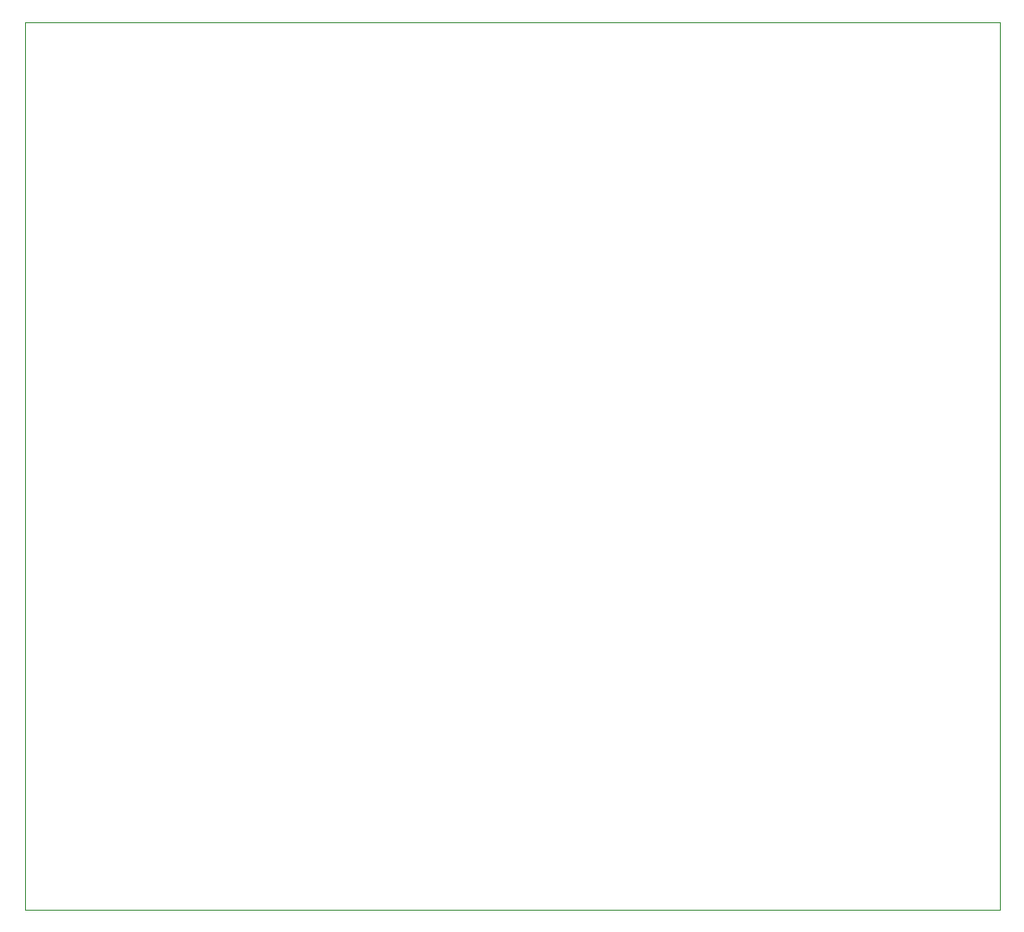
<source format=gbr>
%TF.GenerationSoftware,KiCad,Pcbnew,9.0.4*%
%TF.CreationDate,2025-08-29T10:03:57+02:00*%
%TF.ProjectId,TDA7267_2x2_panel,54444137-3236-4375-9f32-78325f70616e,rev?*%
%TF.SameCoordinates,Original*%
%TF.FileFunction,Profile,NP*%
%FSLAX46Y46*%
G04 Gerber Fmt 4.6, Leading zero omitted, Abs format (unit mm)*
G04 Created by KiCad (PCBNEW 9.0.4) date 2025-08-29 10:03:57*
%MOMM*%
%LPD*%
G01*
G04 APERTURE LIST*
%TA.AperFunction,Profile*%
%ADD10C,0.050000*%
%TD*%
G04 APERTURE END LIST*
D10*
X72000000Y-29000000D02*
X161000000Y-29000000D01*
X161000000Y-110000000D01*
X72000000Y-110000000D01*
X72000000Y-29000000D01*
M02*

</source>
